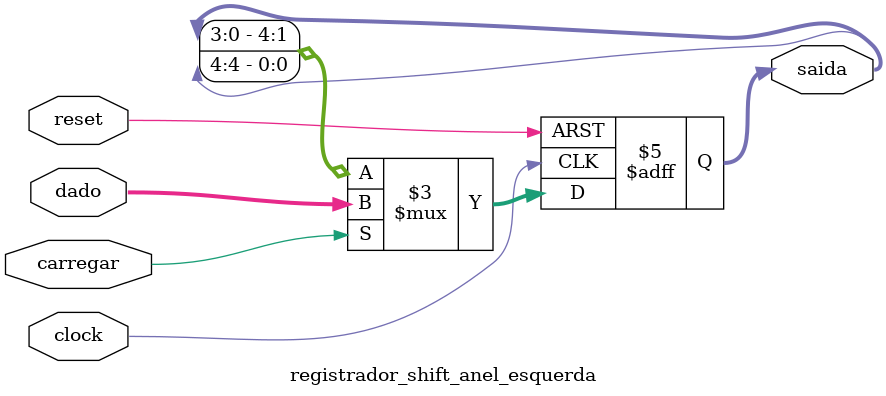
<source format=v>
/*
      Guia_1406.v  
      806937 - FELIPE PEREIRA DA SILVA
      ------------------------------------------------
      Compilar  => iverilog -o programa.vvp programa.v
      Executar  => vvp programa.vvp
*/


module registrador_shift_anel_esquerda (
    input wire clock,
    input wire reset,
    input wire carregar,
    input wire [4:0] dado,
    output reg [4:0] saida
);

  always @(posedge clock or posedge reset) begin
    if (reset) saida <= 5'b0;
    else if (carregar) saida <= dado;
    else saida <= {saida[3:0], saida[4]};
  end

endmodule

</source>
